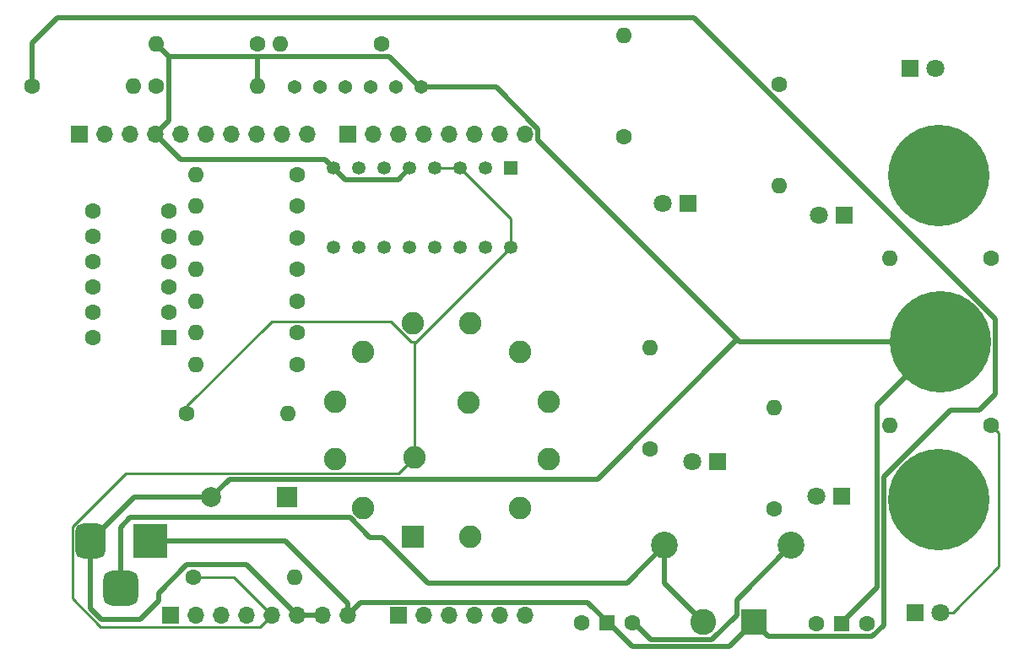
<source format=gbr>
G04 #@! TF.GenerationSoftware,KiCad,Pcbnew,8.0.5*
G04 #@! TF.CreationDate,2024-11-20T16:26:23+01:00*
G04 #@! TF.ProjectId,p2,70322e6b-6963-4616-945f-706362585858,rev?*
G04 #@! TF.SameCoordinates,Original*
G04 #@! TF.FileFunction,Copper,L2,Bot*
G04 #@! TF.FilePolarity,Positive*
%FSLAX46Y46*%
G04 Gerber Fmt 4.6, Leading zero omitted, Abs format (unit mm)*
G04 Created by KiCad (PCBNEW 8.0.5) date 2024-11-20 16:26:23*
%MOMM*%
%LPD*%
G01*
G04 APERTURE LIST*
G04 Aperture macros list*
%AMRoundRect*
0 Rectangle with rounded corners*
0 $1 Rounding radius*
0 $2 $3 $4 $5 $6 $7 $8 $9 X,Y pos of 4 corners*
0 Add a 4 corners polygon primitive as box body*
4,1,4,$2,$3,$4,$5,$6,$7,$8,$9,$2,$3,0*
0 Add four circle primitives for the rounded corners*
1,1,$1+$1,$2,$3*
1,1,$1+$1,$4,$5*
1,1,$1+$1,$6,$7*
1,1,$1+$1,$8,$9*
0 Add four rect primitives between the rounded corners*
20,1,$1+$1,$2,$3,$4,$5,0*
20,1,$1+$1,$4,$5,$6,$7,0*
20,1,$1+$1,$6,$7,$8,$9,0*
20,1,$1+$1,$8,$9,$2,$3,0*%
G04 Aperture macros list end*
G04 #@! TA.AperFunction,ComponentPad*
%ADD10C,1.600000*%
G04 #@! TD*
G04 #@! TA.AperFunction,ComponentPad*
%ADD11O,1.600000X1.600000*%
G04 #@! TD*
G04 #@! TA.AperFunction,ComponentPad*
%ADD12R,1.700000X1.700000*%
G04 #@! TD*
G04 #@! TA.AperFunction,ComponentPad*
%ADD13O,1.700000X1.700000*%
G04 #@! TD*
G04 #@! TA.AperFunction,ComponentPad*
%ADD14C,10.160000*%
G04 #@! TD*
G04 #@! TA.AperFunction,ComponentPad*
%ADD15R,1.800000X1.800000*%
G04 #@! TD*
G04 #@! TA.AperFunction,ComponentPad*
%ADD16C,1.800000*%
G04 #@! TD*
G04 #@! TA.AperFunction,ComponentPad*
%ADD17R,1.500000X1.500000*%
G04 #@! TD*
G04 #@! TA.AperFunction,ComponentPad*
%ADD18C,1.365000*%
G04 #@! TD*
G04 #@! TA.AperFunction,ComponentPad*
%ADD19R,2.600000X2.600000*%
G04 #@! TD*
G04 #@! TA.AperFunction,ComponentPad*
%ADD20C,2.600000*%
G04 #@! TD*
G04 #@! TA.AperFunction,ComponentPad*
%ADD21R,2.000000X2.000000*%
G04 #@! TD*
G04 #@! TA.AperFunction,ComponentPad*
%ADD22C,2.000000*%
G04 #@! TD*
G04 #@! TA.AperFunction,ComponentPad*
%ADD23R,3.500000X3.500000*%
G04 #@! TD*
G04 #@! TA.AperFunction,ComponentPad*
%ADD24RoundRect,0.750000X-0.750000X-1.000000X0.750000X-1.000000X0.750000X1.000000X-0.750000X1.000000X0*%
G04 #@! TD*
G04 #@! TA.AperFunction,ComponentPad*
%ADD25RoundRect,0.875000X-0.875000X-0.875000X0.875000X-0.875000X0.875000X0.875000X-0.875000X0.875000X0*%
G04 #@! TD*
G04 #@! TA.AperFunction,ComponentPad*
%ADD26R,1.350000X1.350000*%
G04 #@! TD*
G04 #@! TA.AperFunction,ComponentPad*
%ADD27C,1.350000*%
G04 #@! TD*
G04 #@! TA.AperFunction,ComponentPad*
%ADD28R,1.600000X1.600000*%
G04 #@! TD*
G04 #@! TA.AperFunction,ComponentPad*
%ADD29R,2.250000X2.250000*%
G04 #@! TD*
G04 #@! TA.AperFunction,ComponentPad*
%ADD30C,2.250000*%
G04 #@! TD*
G04 #@! TA.AperFunction,ComponentPad*
%ADD31C,2.700000*%
G04 #@! TD*
G04 #@! TA.AperFunction,Conductor*
%ADD32C,0.500000*%
G04 #@! TD*
G04 #@! TA.AperFunction,Conductor*
%ADD33C,0.250000*%
G04 #@! TD*
G04 APERTURE END LIST*
D10*
G04 #@! TO.P,R19,1*
G04 #@! TO.N,/\u002A10*
X176073000Y-80823000D03*
D11*
G04 #@! TO.P,R19,2*
G04 #@! TO.N,Net-(D6-A)*
X176073000Y-70663000D03*
G04 #@! TD*
D10*
G04 #@! TO.P,R18,1*
G04 #@! TO.N,/\u002A9*
X173406000Y-49454000D03*
D11*
G04 #@! TO.P,R18,2*
G04 #@! TO.N,Net-(D4-A)*
X173406000Y-39294000D03*
G04 #@! TD*
D10*
G04 #@! TO.P,R17,1*
G04 #@! TO.N,/8*
X188519000Y-86792000D03*
D11*
G04 #@! TO.P,R17,2*
G04 #@! TO.N,Net-(D5-A)*
X188519000Y-76632000D03*
G04 #@! TD*
G04 #@! TO.P,R16,2*
G04 #@! TO.N,Net-(D3-A)*
X189027000Y-54407000D03*
D10*
G04 #@! TO.P,R16,1*
G04 #@! TO.N,/7*
X189027000Y-44247000D03*
G04 #@! TD*
D12*
G04 #@! TO.P,J1,1,Pin_1*
G04 #@! TO.N,unconnected-(J1-Pin_1-Pad1)*
X127940000Y-97460000D03*
D13*
G04 #@! TO.P,J1,2,Pin_2*
G04 #@! TO.N,/IOREF*
X130480000Y-97460000D03*
G04 #@! TO.P,J1,3,Pin_3*
G04 #@! TO.N,/~{RESET}*
X133020000Y-97460000D03*
G04 #@! TO.P,J1,4,Pin_4*
G04 #@! TO.N,+3V3*
X135560000Y-97460000D03*
G04 #@! TO.P,J1,5,Pin_5*
G04 #@! TO.N,+5V*
X138100000Y-97460000D03*
G04 #@! TO.P,J1,6,Pin_6*
G04 #@! TO.N,GND*
X140640000Y-97460000D03*
G04 #@! TO.P,J1,7,Pin_7*
X143180000Y-97460000D03*
G04 #@! TO.P,J1,8,Pin_8*
G04 #@! TO.N,VCC*
X145720000Y-97460000D03*
G04 #@! TD*
D12*
G04 #@! TO.P,J3,1,Pin_1*
G04 #@! TO.N,/A0*
X150800000Y-97460000D03*
D13*
G04 #@! TO.P,J3,2,Pin_2*
G04 #@! TO.N,/A1*
X153340000Y-97460000D03*
G04 #@! TO.P,J3,3,Pin_3*
G04 #@! TO.N,/A2*
X155880000Y-97460000D03*
G04 #@! TO.P,J3,4,Pin_4*
G04 #@! TO.N,/A3*
X158420000Y-97460000D03*
G04 #@! TO.P,J3,5,Pin_5*
G04 #@! TO.N,/A4*
X160960000Y-97460000D03*
G04 #@! TO.P,J3,6,Pin_6*
G04 #@! TO.N,/A5*
X163500000Y-97460000D03*
G04 #@! TD*
D12*
G04 #@! TO.P,J2,1,Pin_1*
G04 #@! TO.N,/A5*
X118796000Y-49200000D03*
D13*
G04 #@! TO.P,J2,2,Pin_2*
G04 #@! TO.N,/A4*
X121336000Y-49200000D03*
G04 #@! TO.P,J2,3,Pin_3*
G04 #@! TO.N,/AREF*
X123876000Y-49200000D03*
G04 #@! TO.P,J2,4,Pin_4*
G04 #@! TO.N,GND*
X126416000Y-49200000D03*
G04 #@! TO.P,J2,5,Pin_5*
G04 #@! TO.N,/13*
X128956000Y-49200000D03*
G04 #@! TO.P,J2,6,Pin_6*
G04 #@! TO.N,/12*
X131496000Y-49200000D03*
G04 #@! TO.P,J2,7,Pin_7*
G04 #@! TO.N,/\u002A11*
X134036000Y-49200000D03*
G04 #@! TO.P,J2,8,Pin_8*
G04 #@! TO.N,/\u002A10*
X136576000Y-49200000D03*
G04 #@! TO.P,J2,9,Pin_9*
G04 #@! TO.N,/\u002A9*
X139116000Y-49200000D03*
G04 #@! TO.P,J2,10,Pin_10*
G04 #@! TO.N,/8*
X141656000Y-49200000D03*
G04 #@! TD*
D12*
G04 #@! TO.P,J4,1,Pin_1*
G04 #@! TO.N,/7*
X145720000Y-49200000D03*
D13*
G04 #@! TO.P,J4,2,Pin_2*
G04 #@! TO.N,/\u002A6*
X148260000Y-49200000D03*
G04 #@! TO.P,J4,3,Pin_3*
G04 #@! TO.N,/\u002A5*
X150800000Y-49200000D03*
G04 #@! TO.P,J4,4,Pin_4*
G04 #@! TO.N,/4*
X153340000Y-49200000D03*
G04 #@! TO.P,J4,5,Pin_5*
G04 #@! TO.N,/\u002A3*
X155880000Y-49200000D03*
G04 #@! TO.P,J4,6,Pin_6*
G04 #@! TO.N,/2*
X158420000Y-49200000D03*
G04 #@! TO.P,J4,7,Pin_7*
G04 #@! TO.N,/1*
X160960000Y-49200000D03*
G04 #@! TO.P,J4,8,Pin_8*
G04 #@! TO.N,/0*
X163500000Y-49200000D03*
G04 #@! TD*
D10*
G04 #@! TO.P,R1,1*
G04 #@! TO.N,/Banana High*
X149149000Y-40183000D03*
D11*
G04 #@! TO.P,R1,2*
G04 #@! TO.N,/A1*
X138989000Y-40183000D03*
G04 #@! TD*
D10*
G04 #@! TO.P,R12,1*
G04 #@! TO.N,Net-(IC1-B)*
X140640000Y-53264000D03*
D11*
G04 #@! TO.P,R12,2*
G04 #@! TO.N,/seg7*
X130480000Y-53264000D03*
G04 #@! TD*
D14*
G04 #@! TO.P,Banana_GND1,1,Pin_1*
G04 #@! TO.N,GND*
X205156000Y-70028000D03*
G04 #@! TD*
D10*
G04 #@! TO.P,R9,1*
G04 #@! TO.N,Net-(IC1-F)*
X140640000Y-62789000D03*
D11*
G04 #@! TO.P,R9,2*
G04 #@! TO.N,/seg10*
X130480000Y-62789000D03*
G04 #@! TD*
D15*
G04 #@! TO.P,D2,1,K*
G04 #@! TO.N,/led_switch*
X202611000Y-97206000D03*
D16*
G04 #@! TO.P,D2,2,A*
G04 #@! TO.N,Net-(D2-A)*
X205151000Y-97206000D03*
G04 #@! TD*
D17*
G04 #@! TO.P,SW2,1,A*
G04 #@! TO.N,GND*
X195250000Y-98349000D03*
D10*
G04 #@! TO.P,SW2,2,B*
G04 #@! TO.N,/led_switch*
X192710000Y-98349000D03*
G04 #@! TO.P,SW2,3,C*
G04 #@! TO.N,unconnected-(SW2-C-Pad3)*
X197790000Y-98349000D03*
G04 #@! TD*
D15*
G04 #@! TO.P,D6,1,K*
G04 #@! TO.N,/led_switch*
X182809000Y-82093000D03*
D16*
G04 #@! TO.P,D6,2,A*
G04 #@! TO.N,Net-(D6-A)*
X180269000Y-82093000D03*
G04 #@! TD*
D10*
G04 #@! TO.P,R13,1*
G04 #@! TO.N,Net-(IC1-C)*
X140640000Y-59614000D03*
D11*
G04 #@! TO.P,R13,2*
G04 #@! TO.N,/seg4*
X130480000Y-59614000D03*
G04 #@! TD*
D18*
G04 #@! TO.P,RN1,1,1*
G04 #@! TO.N,GND*
X153086000Y-44501000D03*
G04 #@! TO.P,RN1,2,2*
G04 #@! TO.N,/7*
X150546000Y-44501000D03*
G04 #@! TO.P,RN1,3,3*
G04 #@! TO.N,/8*
X148006000Y-44501000D03*
G04 #@! TO.P,RN1,4,4*
G04 #@! TO.N,/\u002A9*
X145466000Y-44501000D03*
G04 #@! TO.P,RN1,5,5*
G04 #@! TO.N,/\u002A10*
X142926000Y-44501000D03*
G04 #@! TO.P,RN1,6,6*
G04 #@! TO.N,unconnected-(RN1-Pad6)*
X140386000Y-44501000D03*
G04 #@! TD*
D10*
G04 #@! TO.P,R11,1*
G04 #@! TO.N,Net-(IC1-A)*
X140640000Y-69139000D03*
D11*
G04 #@! TO.P,R11,2*
G04 #@! TO.N,/seg11*
X130480000Y-69139000D03*
G04 #@! TD*
D10*
G04 #@! TO.P,R15,1*
G04 #@! TO.N,Net-(IC1-E)*
X140640000Y-72314000D03*
D11*
G04 #@! TO.P,R15,2*
G04 #@! TO.N,/seg1*
X130480000Y-72314000D03*
G04 #@! TD*
D10*
G04 #@! TO.P,R2,1*
G04 #@! TO.N,/A1*
X136703000Y-40183000D03*
D11*
G04 #@! TO.P,R2,2*
G04 #@! TO.N,GND*
X126543000Y-40183000D03*
G04 #@! TD*
D15*
G04 #@! TO.P,D3,1,K*
G04 #@! TO.N,/led_switch*
X195504000Y-57328000D03*
D16*
G04 #@! TO.P,D3,2,A*
G04 #@! TO.N,Net-(D3-A)*
X192964000Y-57328000D03*
G04 #@! TD*
D19*
G04 #@! TO.P,J6,1,Pin_1*
G04 #@! TO.N,VCC*
X186484500Y-98169500D03*
D20*
G04 #@! TO.P,J6,2,Pin_2*
G04 #@! TO.N,Net-(J6-Pin_2)*
X181404500Y-98169500D03*
G04 #@! TD*
D10*
G04 #@! TO.P,R8,1*
G04 #@! TO.N,Net-(D1-A)*
X210236000Y-61646000D03*
D11*
G04 #@! TO.P,R8,2*
G04 #@! TO.N,/1*
X200076000Y-61646000D03*
G04 #@! TD*
D21*
G04 #@! TO.P,BZ1,1,+*
G04 #@! TO.N,/A5*
X139624000Y-85649000D03*
D22*
G04 #@! TO.P,BZ1,2,-*
G04 #@! TO.N,GND*
X132024000Y-85649000D03*
G04 #@! TD*
D14*
G04 #@! TO.P,Banana_Low1,1,Pin_1*
G04 #@! TO.N,/Banana Low*
X205029000Y-85903000D03*
G04 #@! TD*
D15*
G04 #@! TO.P,D5,1,K*
G04 #@! TO.N,/led_switch*
X195255000Y-85522000D03*
D16*
G04 #@! TO.P,D5,2,A*
G04 #@! TO.N,Net-(D5-A)*
X192715000Y-85522000D03*
G04 #@! TD*
D14*
G04 #@! TO.P,Banana_High1,1,Pin_1*
G04 #@! TO.N,/Banana High*
X205029000Y-53391000D03*
G04 #@! TD*
D10*
G04 #@! TO.P,R6,1*
G04 #@! TO.N,/A4*
X126543000Y-44374000D03*
D11*
G04 #@! TO.P,R6,2*
G04 #@! TO.N,GND*
X136703000Y-44374000D03*
G04 #@! TD*
D10*
G04 #@! TO.P,R4,1*
G04 #@! TO.N,VCC*
X114097000Y-44374000D03*
D11*
G04 #@! TO.P,R4,2*
G04 #@! TO.N,/A4*
X124257000Y-44374000D03*
G04 #@! TD*
D23*
G04 #@! TO.P,J5,1*
G04 #@! TO.N,VCC*
X125939000Y-90025500D03*
D24*
G04 #@! TO.P,J5,2*
G04 #@! TO.N,GND*
X119939000Y-90025500D03*
D25*
G04 #@! TO.P,J5,3*
G04 #@! TO.N,Net-(J6-Pin_2)*
X122939000Y-94725500D03*
G04 #@! TD*
D10*
G04 #@! TO.P,R7,1*
G04 #@! TO.N,Net-(D2-A)*
X210236000Y-78410000D03*
D11*
G04 #@! TO.P,R7,2*
G04 #@! TO.N,/0*
X200076000Y-78410000D03*
G04 #@! TD*
D15*
G04 #@! TO.P,D1,1,K*
G04 #@! TO.N,/led_switch*
X202108000Y-42596000D03*
D16*
G04 #@! TO.P,D1,2,A*
G04 #@! TO.N,Net-(D1-A)*
X204648000Y-42596000D03*
G04 #@! TD*
D10*
G04 #@! TO.P,R10,1*
G04 #@! TO.N,Net-(IC1-G)*
X140640000Y-56439000D03*
D11*
G04 #@! TO.P,R10,2*
G04 #@! TO.N,/seg5*
X130480000Y-56439000D03*
G04 #@! TD*
D15*
G04 #@! TO.P,D4,1,K*
G04 #@! TO.N,/led_switch*
X179888000Y-56185000D03*
D16*
G04 #@! TO.P,D4,2,A*
G04 #@! TO.N,Net-(D4-A)*
X177348000Y-56185000D03*
G04 #@! TD*
D26*
G04 #@! TO.P,IC1,1,D1*
G04 #@! TO.N,/\u002A3*
X162103000Y-52629000D03*
D27*
G04 #@! TO.P,IC1,2,D2*
G04 #@! TO.N,/4*
X159563000Y-52629000D03*
G04 #@! TO.P,IC1,3,~{LT}*
G04 #@! TO.N,+5V*
X157023000Y-52629000D03*
G04 #@! TO.P,IC1,4,~{BL}*
X154483000Y-52629000D03*
G04 #@! TO.P,IC1,5,~{LE}*
G04 #@! TO.N,GND*
X151943000Y-52629000D03*
G04 #@! TO.P,IC1,6,D3*
G04 #@! TO.N,/\u002A5*
X149403000Y-52629000D03*
G04 #@! TO.P,IC1,7,D0*
G04 #@! TO.N,/2*
X146863000Y-52629000D03*
G04 #@! TO.P,IC1,8,GND*
G04 #@! TO.N,GND*
X144323000Y-52629000D03*
G04 #@! TO.P,IC1,9,E*
G04 #@! TO.N,Net-(IC1-E)*
X144323000Y-60569000D03*
G04 #@! TO.P,IC1,10,D*
G04 #@! TO.N,Net-(IC1-D)*
X146863000Y-60569000D03*
G04 #@! TO.P,IC1,11,C*
G04 #@! TO.N,Net-(IC1-C)*
X149403000Y-60569000D03*
G04 #@! TO.P,IC1,12,B*
G04 #@! TO.N,Net-(IC1-B)*
X151943000Y-60569000D03*
G04 #@! TO.P,IC1,13,A*
G04 #@! TO.N,Net-(IC1-A)*
X154483000Y-60569000D03*
G04 #@! TO.P,IC1,14,G*
G04 #@! TO.N,Net-(IC1-G)*
X157023000Y-60569000D03*
G04 #@! TO.P,IC1,15,F*
G04 #@! TO.N,Net-(IC1-F)*
X159563000Y-60569000D03*
G04 #@! TO.P,IC1,16,VCC*
G04 #@! TO.N,+5V*
X162103000Y-60569000D03*
G04 #@! TD*
D17*
G04 #@! TO.P,SW1,1,A*
G04 #@! TO.N,VCC*
X171755000Y-98222000D03*
D10*
G04 #@! TO.P,SW1,2,B*
G04 #@! TO.N,Net-(SW1-B)*
X174295000Y-98222000D03*
G04 #@! TO.P,SW1,3,C*
G04 #@! TO.N,unconnected-(SW1-C-Pad3)*
X169215000Y-98222000D03*
G04 #@! TD*
G04 #@! TO.P,R3,1*
G04 #@! TO.N,+5V*
X129591000Y-77267000D03*
D11*
G04 #@! TO.P,R3,2*
G04 #@! TO.N,/A2*
X139751000Y-77267000D03*
G04 #@! TD*
D10*
G04 #@! TO.P,R5,1*
G04 #@! TO.N,+5V*
X130226000Y-93650000D03*
D11*
G04 #@! TO.P,R5,2*
G04 #@! TO.N,/A3*
X140386000Y-93650000D03*
G04 #@! TD*
D28*
G04 #@! TO.P,DS1,1,1*
G04 #@! TO.N,/seg1*
X127813000Y-69647000D03*
D10*
G04 #@! TO.P,DS1,2,2*
G04 #@! TO.N,/seg2*
X127813000Y-67107000D03*
G04 #@! TO.P,DS1,3,3*
G04 #@! TO.N,/\u002A6*
X127813000Y-64567000D03*
G04 #@! TO.P,DS1,4,4*
G04 #@! TO.N,/seg4*
X127813000Y-62027000D03*
G04 #@! TO.P,DS1,5,5*
G04 #@! TO.N,/seg5*
X127813000Y-59487000D03*
G04 #@! TO.P,DS1,6,6*
G04 #@! TO.N,unconnected-(DS1-Pad6)*
X127813000Y-56947000D03*
G04 #@! TO.P,DS1,7,7*
G04 #@! TO.N,/seg7*
X120193000Y-56947000D03*
G04 #@! TO.P,DS1,8,8*
G04 #@! TO.N,/13*
X120193000Y-59487000D03*
G04 #@! TO.P,DS1,9,9*
G04 #@! TO.N,/12*
X120193000Y-62027000D03*
G04 #@! TO.P,DS1,10,10*
G04 #@! TO.N,/seg10*
X120193000Y-64567000D03*
G04 #@! TO.P,DS1,11,11*
G04 #@! TO.N,/seg11*
X120193000Y-67107000D03*
G04 #@! TO.P,DS1,12,12*
G04 #@! TO.N,/\u002A11*
X120193000Y-69647000D03*
G04 #@! TD*
G04 #@! TO.P,R14,1*
G04 #@! TO.N,Net-(IC1-D)*
X140640000Y-65964000D03*
D11*
G04 #@! TO.P,R14,2*
G04 #@! TO.N,/seg2*
X130480000Y-65964000D03*
G04 #@! TD*
D29*
G04 #@! TO.P,S1,1*
G04 #@! TO.N,/7*
X152270220Y-89614690D03*
D30*
G04 #@! TO.P,S1,2*
G04 #@! TO.N,/8*
X147294220Y-86741780D03*
G04 #@! TO.P,S1,3*
G04 #@! TO.N,/\u002A9*
X144421310Y-81765780D03*
G04 #@! TO.P,S1,4*
G04 #@! TO.N,/\u002A10*
X144421310Y-76020000D03*
G04 #@! TO.P,S1,5*
G04 #@! TO.N,unconnected-(S1-Pad5)*
X147294220Y-71044000D03*
G04 #@! TO.P,S1,6*
G04 #@! TO.N,unconnected-(S1-Pad6)*
X152270220Y-68171090D03*
G04 #@! TO.P,S1,7*
G04 #@! TO.N,/A0*
X158016000Y-68171090D03*
G04 #@! TO.P,S1,8*
G04 #@! TO.N,unconnected-(S1-Pad8)*
X162992000Y-71044000D03*
G04 #@! TO.P,S1,9*
G04 #@! TO.N,/A2*
X165864910Y-76020000D03*
G04 #@! TO.P,S1,10*
G04 #@! TO.N,/A3*
X165864910Y-81765780D03*
G04 #@! TO.P,S1,11*
G04 #@! TO.N,unconnected-(S1-Pad11)*
X162992000Y-86741780D03*
G04 #@! TO.P,S1,12*
G04 #@! TO.N,unconnected-(S1-Pad12)*
X158016000Y-89614690D03*
G04 #@! TO.P,S1,A*
G04 #@! TO.N,+5V*
X152420750Y-81615250D03*
G04 #@! TO.P,S1,C*
G04 #@! TO.N,/Banana Low*
X157865470Y-76170530D03*
G04 #@! TD*
D31*
G04 #@! TO.P,BT2,-*
G04 #@! TO.N,Net-(J6-Pin_2)*
X177511000Y-90437000D03*
G04 #@! TO.P,BT2,+*
G04 #@! TO.N,Net-(SW1-B)*
X190211000Y-90437000D03*
G04 #@! TD*
D32*
G04 #@! TO.N,VCC*
X116617000Y-37536000D02*
X114097000Y-40056000D01*
X114097000Y-40056000D02*
X114097000Y-44374000D01*
X180484600Y-37536000D02*
X116617000Y-37536000D01*
X181951800Y-39003200D02*
X180484600Y-37536000D01*
X210686000Y-67737399D02*
X181951800Y-39003200D01*
X206225399Y-76886000D02*
X209093000Y-76886000D01*
X209093000Y-76886000D02*
X210686000Y-75293000D01*
X210686000Y-75293000D02*
X210686000Y-67737399D01*
X199499000Y-83612399D02*
X206225399Y-76886000D01*
X199499000Y-98444643D02*
X199499000Y-83612399D01*
X198344643Y-99599000D02*
X199499000Y-98444643D01*
X187914000Y-99599000D02*
X198344643Y-99599000D01*
X186484500Y-98169500D02*
X187914000Y-99599000D01*
G04 #@! TO.N,GND*
X127793000Y-41433000D02*
X126543000Y-40183000D01*
X127793000Y-43104000D02*
X127793000Y-47823000D01*
X127793000Y-43104000D02*
X127793000Y-41433000D01*
X149891000Y-41433000D02*
X136703000Y-41433000D01*
X153086000Y-44501000D02*
X152959000Y-44501000D01*
X152959000Y-44501000D02*
X149891000Y-41433000D01*
X150818000Y-53754000D02*
X151943000Y-52629000D01*
X144323000Y-52629000D02*
X145448000Y-53754000D01*
X145448000Y-53754000D02*
X150818000Y-53754000D01*
D33*
G04 #@! TO.N,+5V*
X154483000Y-52629000D02*
X157023000Y-52629000D01*
X162103000Y-57709000D02*
X157023000Y-52629000D01*
D32*
G04 #@! TO.N,GND*
X184802500Y-69807500D02*
X170819220Y-83790780D01*
X170819220Y-83790780D02*
X169977000Y-83790780D01*
X133882220Y-83790780D02*
X169977000Y-83790780D01*
X184802500Y-69807500D02*
X185023000Y-70028000D01*
X164800000Y-49805000D02*
X184802500Y-69807500D01*
D33*
G04 #@! TO.N,+5V*
X150056000Y-68014000D02*
X138082000Y-68014000D01*
X138082000Y-68014000D02*
X129591000Y-76505000D01*
X152103000Y-70061000D02*
X150056000Y-68014000D01*
X152611000Y-70061000D02*
X152103000Y-70061000D01*
X129591000Y-76505000D02*
X129591000Y-77775000D01*
D32*
G04 #@! TO.N,GND*
X124895500Y-97904500D02*
X126737000Y-96063000D01*
X119939000Y-96825000D02*
X121018500Y-97904500D01*
X160639478Y-44501000D02*
X164800000Y-48661522D01*
X164800000Y-48661522D02*
X164800000Y-49805000D01*
X185023000Y-70028000D02*
X185471000Y-70028000D01*
X198799000Y-76385000D02*
X205156000Y-70028000D01*
X121018500Y-97904500D02*
X124895500Y-97904500D01*
X136703000Y-41433000D02*
X127793000Y-41433000D01*
X144323000Y-52629000D02*
X143454000Y-51760000D01*
X119939000Y-90025500D02*
X119939000Y-96825000D01*
X153086000Y-44501000D02*
X160639478Y-44501000D01*
X132024000Y-85649000D02*
X133882220Y-83790780D01*
X143180000Y-97460000D02*
X140640000Y-97460000D01*
X195250000Y-98222000D02*
X198799000Y-94673000D01*
X136703000Y-44374000D02*
X136703000Y-41433000D01*
X128976000Y-51760000D02*
X126416000Y-49200000D01*
X135580000Y-92400000D02*
X140640000Y-97460000D01*
X126737000Y-96063000D02*
X126737000Y-95244233D01*
X129581233Y-92400000D02*
X135580000Y-92400000D01*
X198799000Y-94673000D02*
X198799000Y-76385000D01*
X143454000Y-51760000D02*
X128976000Y-51760000D01*
X127793000Y-47823000D02*
X126416000Y-49200000D01*
X185471000Y-70028000D02*
X205156000Y-70028000D01*
X119939000Y-90025500D02*
X124315500Y-85649000D01*
X124315500Y-85649000D02*
X132024000Y-85649000D01*
X126737000Y-95244233D02*
X129581233Y-92400000D01*
D33*
G04 #@! TO.N,+5V*
X152420750Y-81615250D02*
X152420750Y-70251250D01*
X120935828Y-98635000D02*
X136925000Y-98635000D01*
X152420750Y-81615250D02*
X150820220Y-83215780D01*
X150820220Y-83215780D02*
X123478438Y-83215780D01*
X134290000Y-93650000D02*
X130099000Y-93650000D01*
X118094000Y-88600218D02*
X118094000Y-95793172D01*
X152420750Y-70251250D02*
X152611000Y-70061000D01*
X138100000Y-97460000D02*
X134290000Y-93650000D01*
X136925000Y-98635000D02*
X138100000Y-97460000D01*
X118094000Y-95793172D02*
X120935828Y-98635000D01*
X152611000Y-70061000D02*
X162103000Y-60569000D01*
X162103000Y-60569000D02*
X162103000Y-57709000D01*
X123478438Y-83215780D02*
X118094000Y-88600218D01*
D32*
G04 #@! TO.N,/7*
X152675530Y-90445530D02*
X152324000Y-90094000D01*
G04 #@! TO.N,VCC*
X147020000Y-96160000D02*
X169820000Y-96160000D01*
X184034500Y-100619500D02*
X174279500Y-100619500D01*
X145720000Y-97460000D02*
X145720000Y-96257919D01*
X126435530Y-90445530D02*
X125655000Y-89665000D01*
X169820000Y-96160000D02*
X171755000Y-98095000D01*
X139487581Y-90025500D02*
X125939000Y-90025500D01*
X147020000Y-96160000D02*
X145720000Y-97460000D01*
X174279500Y-100619500D02*
X171755000Y-98095000D01*
X186484500Y-98169500D02*
X184034500Y-100619500D01*
X145720000Y-96257919D02*
X139487581Y-90025500D01*
D33*
G04 #@! TO.N,/Banana Low*
X205029000Y-86665000D02*
X205106000Y-86742000D01*
G04 #@! TO.N,Net-(D2-A)*
X206421000Y-97206000D02*
X211035999Y-92591001D01*
X211035999Y-79209999D02*
X210236000Y-78410000D01*
X211035999Y-92591001D02*
X211035999Y-79209999D01*
X206421000Y-97206000D02*
X205151000Y-97206000D01*
D32*
G04 #@! TO.N,Net-(SW1-B)*
X184734500Y-95913500D02*
X190211000Y-90437000D01*
X174295000Y-98095000D02*
X176119500Y-99919500D01*
X182249500Y-99919500D02*
X184734500Y-97434500D01*
X176119500Y-99919500D02*
X182249500Y-99919500D01*
X184734500Y-97434500D02*
X184734500Y-95913500D01*
G04 #@! TO.N,Net-(J6-Pin_2)*
X177511000Y-94276000D02*
X177511000Y-90437000D01*
X122939000Y-88625500D02*
X123883500Y-87681000D01*
X181404500Y-98169500D02*
X177511000Y-94276000D01*
X123883500Y-87681000D02*
X145974000Y-87681000D01*
X173718000Y-94230000D02*
X177511000Y-90437000D01*
X145974000Y-87681000D02*
X147958000Y-89665000D01*
X153735530Y-94230000D02*
X173718000Y-94230000D01*
X122939000Y-94725500D02*
X122939000Y-88625500D01*
X147958000Y-89665000D02*
X149170530Y-89665000D01*
X149170530Y-89665000D02*
X153735530Y-94230000D01*
G04 #@! TD*
M02*

</source>
